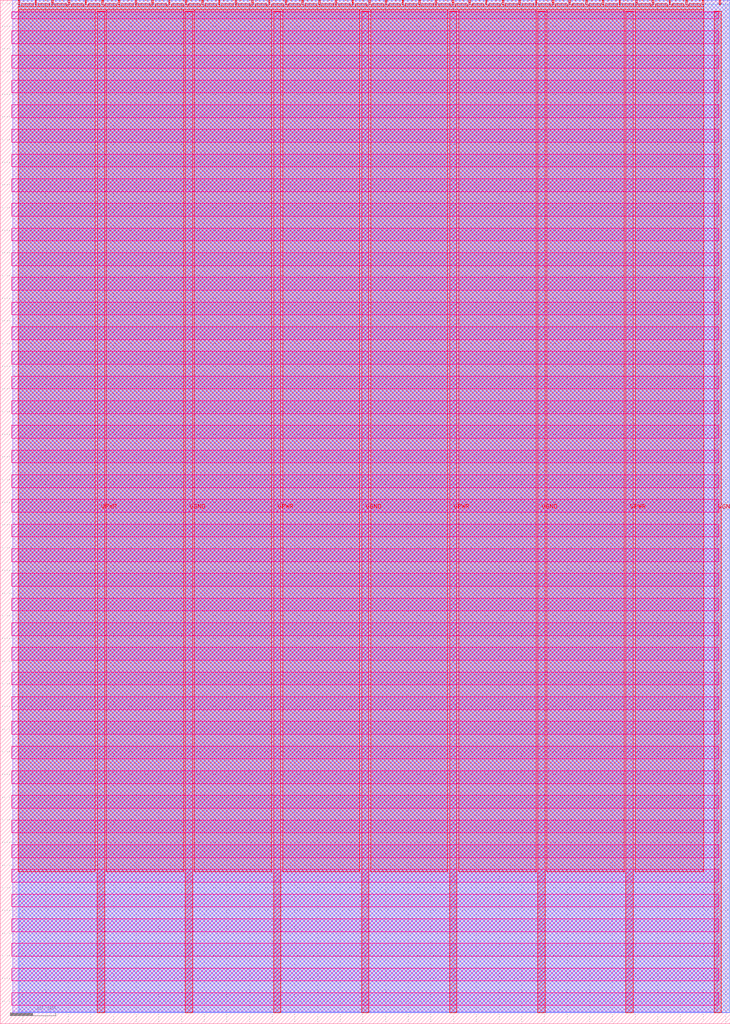
<source format=lef>
VERSION 5.7 ;
  NOWIREEXTENSIONATPIN ON ;
  DIVIDERCHAR "/" ;
  BUSBITCHARS "[]" ;
MACRO tt_um_neural_network
  CLASS BLOCK ;
  FOREIGN tt_um_neural_network ;
  ORIGIN 0.000 0.000 ;
  SIZE 161.000 BY 225.760 ;
  PIN VGND
    DIRECTION INOUT ;
    USE GROUND ;
    PORT
      LAYER met4 ;
        RECT 40.830 2.480 42.430 223.280 ;
    END
    PORT
      LAYER met4 ;
        RECT 79.700 2.480 81.300 223.280 ;
    END
    PORT
      LAYER met4 ;
        RECT 118.570 2.480 120.170 223.280 ;
    END
    PORT
      LAYER met4 ;
        RECT 157.440 2.480 159.040 223.280 ;
    END
  END VGND
  PIN VPWR
    DIRECTION INOUT ;
    USE POWER ;
    PORT
      LAYER met4 ;
        RECT 21.395 2.480 22.995 223.280 ;
    END
    PORT
      LAYER met4 ;
        RECT 60.265 2.480 61.865 223.280 ;
    END
    PORT
      LAYER met4 ;
        RECT 99.135 2.480 100.735 223.280 ;
    END
    PORT
      LAYER met4 ;
        RECT 138.005 2.480 139.605 223.280 ;
    END
  END VPWR
  PIN clk
    DIRECTION INPUT ;
    USE SIGNAL ;
    ANTENNAGATEAREA 0.852000 ;
    PORT
      LAYER met4 ;
        RECT 154.870 224.760 155.170 225.760 ;
    END
  END clk
  PIN ena
    DIRECTION INPUT ;
    USE SIGNAL ;
    PORT
      LAYER met4 ;
        RECT 158.550 224.760 158.850 225.760 ;
    END
  END ena
  PIN rst_n
    DIRECTION INPUT ;
    USE SIGNAL ;
    ANTENNAGATEAREA 1.062000 ;
    PORT
      LAYER met4 ;
        RECT 151.190 224.760 151.490 225.760 ;
    END
  END rst_n
  PIN ui_in[0]
    DIRECTION INPUT ;
    USE SIGNAL ;
    ANTENNAGATEAREA 0.126000 ;
    PORT
      LAYER met4 ;
        RECT 147.510 224.760 147.810 225.760 ;
    END
  END ui_in[0]
  PIN ui_in[1]
    DIRECTION INPUT ;
    USE SIGNAL ;
    ANTENNAGATEAREA 0.126000 ;
    PORT
      LAYER met4 ;
        RECT 143.830 224.760 144.130 225.760 ;
    END
  END ui_in[1]
  PIN ui_in[2]
    DIRECTION INPUT ;
    USE SIGNAL ;
    ANTENNAGATEAREA 0.213000 ;
    ANTENNADIFFAREA 0.869400 ;
    PORT
      LAYER met4 ;
        RECT 140.150 224.760 140.450 225.760 ;
    END
  END ui_in[2]
  PIN ui_in[3]
    DIRECTION INPUT ;
    USE SIGNAL ;
    ANTENNAGATEAREA 0.196500 ;
    ANTENNADIFFAREA 0.869400 ;
    PORT
      LAYER met4 ;
        RECT 136.470 224.760 136.770 225.760 ;
    END
  END ui_in[3]
  PIN ui_in[4]
    DIRECTION INPUT ;
    USE SIGNAL ;
    ANTENNAGATEAREA 0.126000 ;
    PORT
      LAYER met4 ;
        RECT 132.790 224.760 133.090 225.760 ;
    END
  END ui_in[4]
  PIN ui_in[5]
    DIRECTION INPUT ;
    USE SIGNAL ;
    ANTENNAGATEAREA 0.196500 ;
    ANTENNADIFFAREA 0.869400 ;
    PORT
      LAYER met4 ;
        RECT 129.110 224.760 129.410 225.760 ;
    END
  END ui_in[5]
  PIN ui_in[6]
    DIRECTION INPUT ;
    USE SIGNAL ;
    ANTENNAGATEAREA 0.196500 ;
    ANTENNADIFFAREA 0.434700 ;
    PORT
      LAYER met4 ;
        RECT 125.430 224.760 125.730 225.760 ;
    END
  END ui_in[6]
  PIN ui_in[7]
    DIRECTION INPUT ;
    USE SIGNAL ;
    ANTENNAGATEAREA 0.196500 ;
    PORT
      LAYER met4 ;
        RECT 121.750 224.760 122.050 225.760 ;
    END
  END ui_in[7]
  PIN uio_in[0]
    DIRECTION INPUT ;
    USE SIGNAL ;
    ANTENNAGATEAREA 0.196500 ;
    PORT
      LAYER met4 ;
        RECT 118.070 224.760 118.370 225.760 ;
    END
  END uio_in[0]
  PIN uio_in[1]
    DIRECTION INPUT ;
    USE SIGNAL ;
    ANTENNAGATEAREA 0.196500 ;
    PORT
      LAYER met4 ;
        RECT 114.390 224.760 114.690 225.760 ;
    END
  END uio_in[1]
  PIN uio_in[2]
    DIRECTION INPUT ;
    USE SIGNAL ;
    PORT
      LAYER met4 ;
        RECT 110.710 224.760 111.010 225.760 ;
    END
  END uio_in[2]
  PIN uio_in[3]
    DIRECTION INPUT ;
    USE SIGNAL ;
    PORT
      LAYER met4 ;
        RECT 107.030 224.760 107.330 225.760 ;
    END
  END uio_in[3]
  PIN uio_in[4]
    DIRECTION INPUT ;
    USE SIGNAL ;
    PORT
      LAYER met4 ;
        RECT 103.350 224.760 103.650 225.760 ;
    END
  END uio_in[4]
  PIN uio_in[5]
    DIRECTION INPUT ;
    USE SIGNAL ;
    PORT
      LAYER met4 ;
        RECT 99.670 224.760 99.970 225.760 ;
    END
  END uio_in[5]
  PIN uio_in[6]
    DIRECTION INPUT ;
    USE SIGNAL ;
    PORT
      LAYER met4 ;
        RECT 95.990 224.760 96.290 225.760 ;
    END
  END uio_in[6]
  PIN uio_in[7]
    DIRECTION INPUT ;
    USE SIGNAL ;
    PORT
      LAYER met4 ;
        RECT 92.310 224.760 92.610 225.760 ;
    END
  END uio_in[7]
  PIN uio_oe[0]
    DIRECTION OUTPUT TRISTATE ;
    USE SIGNAL ;
    PORT
      LAYER met4 ;
        RECT 29.750 224.760 30.050 225.760 ;
    END
  END uio_oe[0]
  PIN uio_oe[1]
    DIRECTION OUTPUT TRISTATE ;
    USE SIGNAL ;
    PORT
      LAYER met4 ;
        RECT 26.070 224.760 26.370 225.760 ;
    END
  END uio_oe[1]
  PIN uio_oe[2]
    DIRECTION OUTPUT TRISTATE ;
    USE SIGNAL ;
    PORT
      LAYER met4 ;
        RECT 22.390 224.760 22.690 225.760 ;
    END
  END uio_oe[2]
  PIN uio_oe[3]
    DIRECTION OUTPUT TRISTATE ;
    USE SIGNAL ;
    PORT
      LAYER met4 ;
        RECT 18.710 224.760 19.010 225.760 ;
    END
  END uio_oe[3]
  PIN uio_oe[4]
    DIRECTION OUTPUT TRISTATE ;
    USE SIGNAL ;
    PORT
      LAYER met4 ;
        RECT 15.030 224.760 15.330 225.760 ;
    END
  END uio_oe[4]
  PIN uio_oe[5]
    DIRECTION OUTPUT TRISTATE ;
    USE SIGNAL ;
    PORT
      LAYER met4 ;
        RECT 11.350 224.760 11.650 225.760 ;
    END
  END uio_oe[5]
  PIN uio_oe[6]
    DIRECTION OUTPUT TRISTATE ;
    USE SIGNAL ;
    PORT
      LAYER met4 ;
        RECT 7.670 224.760 7.970 225.760 ;
    END
  END uio_oe[6]
  PIN uio_oe[7]
    DIRECTION OUTPUT TRISTATE ;
    USE SIGNAL ;
    PORT
      LAYER met4 ;
        RECT 3.990 224.760 4.290 225.760 ;
    END
  END uio_oe[7]
  PIN uio_out[0]
    DIRECTION OUTPUT TRISTATE ;
    USE SIGNAL ;
    PORT
      LAYER met4 ;
        RECT 59.190 224.760 59.490 225.760 ;
    END
  END uio_out[0]
  PIN uio_out[1]
    DIRECTION OUTPUT TRISTATE ;
    USE SIGNAL ;
    PORT
      LAYER met4 ;
        RECT 55.510 224.760 55.810 225.760 ;
    END
  END uio_out[1]
  PIN uio_out[2]
    DIRECTION OUTPUT TRISTATE ;
    USE SIGNAL ;
    PORT
      LAYER met4 ;
        RECT 51.830 224.760 52.130 225.760 ;
    END
  END uio_out[2]
  PIN uio_out[3]
    DIRECTION OUTPUT TRISTATE ;
    USE SIGNAL ;
    PORT
      LAYER met4 ;
        RECT 48.150 224.760 48.450 225.760 ;
    END
  END uio_out[3]
  PIN uio_out[4]
    DIRECTION OUTPUT TRISTATE ;
    USE SIGNAL ;
    PORT
      LAYER met4 ;
        RECT 44.470 224.760 44.770 225.760 ;
    END
  END uio_out[4]
  PIN uio_out[5]
    DIRECTION OUTPUT TRISTATE ;
    USE SIGNAL ;
    PORT
      LAYER met4 ;
        RECT 40.790 224.760 41.090 225.760 ;
    END
  END uio_out[5]
  PIN uio_out[6]
    DIRECTION OUTPUT TRISTATE ;
    USE SIGNAL ;
    PORT
      LAYER met4 ;
        RECT 37.110 224.760 37.410 225.760 ;
    END
  END uio_out[6]
  PIN uio_out[7]
    DIRECTION OUTPUT TRISTATE ;
    USE SIGNAL ;
    PORT
      LAYER met4 ;
        RECT 33.430 224.760 33.730 225.760 ;
    END
  END uio_out[7]
  PIN uo_out[0]
    DIRECTION OUTPUT TRISTATE ;
    USE SIGNAL ;
    ANTENNAGATEAREA 0.126000 ;
    ANTENNADIFFAREA 0.445500 ;
    PORT
      LAYER met4 ;
        RECT 88.630 224.760 88.930 225.760 ;
    END
  END uo_out[0]
  PIN uo_out[1]
    DIRECTION OUTPUT TRISTATE ;
    USE SIGNAL ;
    ANTENNAGATEAREA 0.126000 ;
    ANTENNADIFFAREA 0.445500 ;
    PORT
      LAYER met4 ;
        RECT 84.950 224.760 85.250 225.760 ;
    END
  END uo_out[1]
  PIN uo_out[2]
    DIRECTION OUTPUT TRISTATE ;
    USE SIGNAL ;
    ANTENNAGATEAREA 0.126000 ;
    ANTENNADIFFAREA 0.445500 ;
    PORT
      LAYER met4 ;
        RECT 81.270 224.760 81.570 225.760 ;
    END
  END uo_out[2]
  PIN uo_out[3]
    DIRECTION OUTPUT TRISTATE ;
    USE SIGNAL ;
    ANTENNAGATEAREA 0.126000 ;
    ANTENNADIFFAREA 0.445500 ;
    PORT
      LAYER met4 ;
        RECT 77.590 224.760 77.890 225.760 ;
    END
  END uo_out[3]
  PIN uo_out[4]
    DIRECTION OUTPUT TRISTATE ;
    USE SIGNAL ;
    ANTENNAGATEAREA 0.126000 ;
    ANTENNADIFFAREA 0.445500 ;
    PORT
      LAYER met4 ;
        RECT 73.910 224.760 74.210 225.760 ;
    END
  END uo_out[4]
  PIN uo_out[5]
    DIRECTION OUTPUT TRISTATE ;
    USE SIGNAL ;
    ANTENNAGATEAREA 0.126000 ;
    ANTENNADIFFAREA 0.445500 ;
    PORT
      LAYER met4 ;
        RECT 70.230 224.760 70.530 225.760 ;
    END
  END uo_out[5]
  PIN uo_out[6]
    DIRECTION OUTPUT TRISTATE ;
    USE SIGNAL ;
    ANTENNAGATEAREA 0.126000 ;
    ANTENNADIFFAREA 0.445500 ;
    PORT
      LAYER met4 ;
        RECT 66.550 224.760 66.850 225.760 ;
    END
  END uo_out[6]
  PIN uo_out[7]
    DIRECTION OUTPUT TRISTATE ;
    USE SIGNAL ;
    ANTENNAGATEAREA 0.126000 ;
    ANTENNADIFFAREA 0.445500 ;
    PORT
      LAYER met4 ;
        RECT 62.870 224.760 63.170 225.760 ;
    END
  END uo_out[7]
  OBS
      LAYER nwell ;
        RECT 2.570 221.625 158.430 223.230 ;
        RECT 2.570 216.185 158.430 219.015 ;
        RECT 2.570 210.745 158.430 213.575 ;
        RECT 2.570 205.305 158.430 208.135 ;
        RECT 2.570 199.865 158.430 202.695 ;
        RECT 2.570 194.425 158.430 197.255 ;
        RECT 2.570 188.985 158.430 191.815 ;
        RECT 2.570 183.545 158.430 186.375 ;
        RECT 2.570 178.105 158.430 180.935 ;
        RECT 2.570 172.665 158.430 175.495 ;
        RECT 2.570 167.225 158.430 170.055 ;
        RECT 2.570 161.785 158.430 164.615 ;
        RECT 2.570 156.345 158.430 159.175 ;
        RECT 2.570 150.905 158.430 153.735 ;
        RECT 2.570 145.465 158.430 148.295 ;
        RECT 2.570 140.025 158.430 142.855 ;
        RECT 2.570 134.585 158.430 137.415 ;
        RECT 2.570 129.145 158.430 131.975 ;
        RECT 2.570 123.705 158.430 126.535 ;
        RECT 2.570 118.265 158.430 121.095 ;
        RECT 2.570 112.825 158.430 115.655 ;
        RECT 2.570 107.385 158.430 110.215 ;
        RECT 2.570 101.945 158.430 104.775 ;
        RECT 2.570 96.505 158.430 99.335 ;
        RECT 2.570 91.065 158.430 93.895 ;
        RECT 2.570 85.625 158.430 88.455 ;
        RECT 2.570 80.185 158.430 83.015 ;
        RECT 2.570 74.745 158.430 77.575 ;
        RECT 2.570 69.305 158.430 72.135 ;
        RECT 2.570 63.865 158.430 66.695 ;
        RECT 2.570 58.425 158.430 61.255 ;
        RECT 2.570 52.985 158.430 55.815 ;
        RECT 2.570 47.545 158.430 50.375 ;
        RECT 2.570 42.105 158.430 44.935 ;
        RECT 2.570 36.665 158.430 39.495 ;
        RECT 2.570 31.225 158.430 34.055 ;
        RECT 2.570 25.785 158.430 28.615 ;
        RECT 2.570 20.345 158.430 23.175 ;
        RECT 2.570 14.905 158.430 17.735 ;
        RECT 2.570 9.465 158.430 12.295 ;
        RECT 2.570 4.025 158.430 6.855 ;
      LAYER li1 ;
        RECT 2.760 2.635 158.240 223.125 ;
      LAYER met1 ;
        RECT 2.760 2.480 160.930 225.720 ;
      LAYER met2 ;
        RECT 4.230 2.535 160.910 225.750 ;
      LAYER met3 ;
        RECT 3.950 2.555 160.935 224.900 ;
      LAYER met4 ;
        RECT 4.690 224.360 7.270 224.905 ;
        RECT 8.370 224.360 10.950 224.905 ;
        RECT 12.050 224.360 14.630 224.905 ;
        RECT 15.730 224.360 18.310 224.905 ;
        RECT 19.410 224.360 21.990 224.905 ;
        RECT 23.090 224.360 25.670 224.905 ;
        RECT 26.770 224.360 29.350 224.905 ;
        RECT 30.450 224.360 33.030 224.905 ;
        RECT 34.130 224.360 36.710 224.905 ;
        RECT 37.810 224.360 40.390 224.905 ;
        RECT 41.490 224.360 44.070 224.905 ;
        RECT 45.170 224.360 47.750 224.905 ;
        RECT 48.850 224.360 51.430 224.905 ;
        RECT 52.530 224.360 55.110 224.905 ;
        RECT 56.210 224.360 58.790 224.905 ;
        RECT 59.890 224.360 62.470 224.905 ;
        RECT 63.570 224.360 66.150 224.905 ;
        RECT 67.250 224.360 69.830 224.905 ;
        RECT 70.930 224.360 73.510 224.905 ;
        RECT 74.610 224.360 77.190 224.905 ;
        RECT 78.290 224.360 80.870 224.905 ;
        RECT 81.970 224.360 84.550 224.905 ;
        RECT 85.650 224.360 88.230 224.905 ;
        RECT 89.330 224.360 91.910 224.905 ;
        RECT 93.010 224.360 95.590 224.905 ;
        RECT 96.690 224.360 99.270 224.905 ;
        RECT 100.370 224.360 102.950 224.905 ;
        RECT 104.050 224.360 106.630 224.905 ;
        RECT 107.730 224.360 110.310 224.905 ;
        RECT 111.410 224.360 113.990 224.905 ;
        RECT 115.090 224.360 117.670 224.905 ;
        RECT 118.770 224.360 121.350 224.905 ;
        RECT 122.450 224.360 125.030 224.905 ;
        RECT 126.130 224.360 128.710 224.905 ;
        RECT 129.810 224.360 132.390 224.905 ;
        RECT 133.490 224.360 136.070 224.905 ;
        RECT 137.170 224.360 139.750 224.905 ;
        RECT 140.850 224.360 143.430 224.905 ;
        RECT 144.530 224.360 147.110 224.905 ;
        RECT 148.210 224.360 150.790 224.905 ;
        RECT 151.890 224.360 154.470 224.905 ;
        RECT 3.975 223.680 155.185 224.360 ;
        RECT 3.975 33.495 20.995 223.680 ;
        RECT 23.395 33.495 40.430 223.680 ;
        RECT 42.830 33.495 59.865 223.680 ;
        RECT 62.265 33.495 79.300 223.680 ;
        RECT 81.700 33.495 98.735 223.680 ;
        RECT 101.135 33.495 118.170 223.680 ;
        RECT 120.570 33.495 137.605 223.680 ;
        RECT 140.005 33.495 155.185 223.680 ;
  END
END tt_um_neural_network
END LIBRARY


</source>
